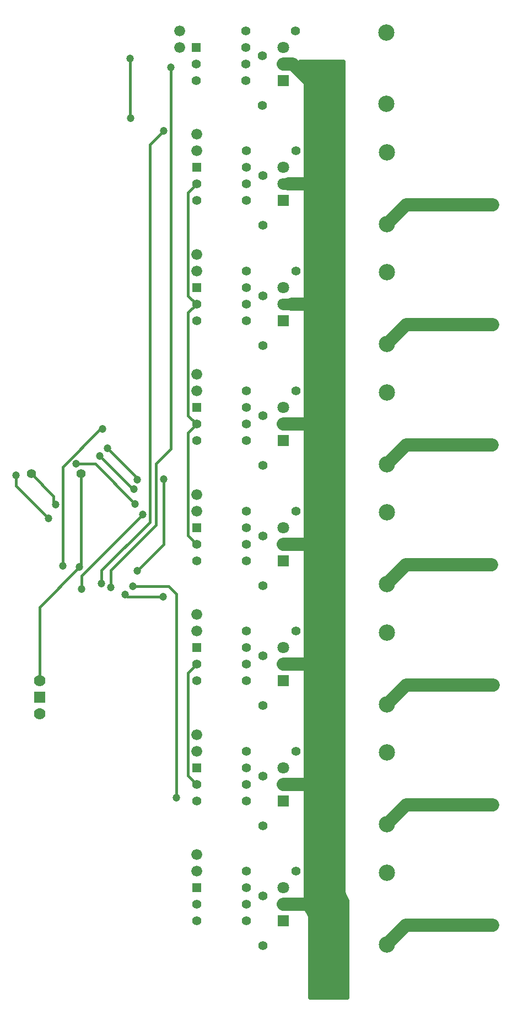
<source format=gtl>
G04 (created by PCBNEW (2013-07-07 BZR 4022)-stable) date 2014.08.18 14:47:36*
%MOIN*%
G04 Gerber Fmt 3.4, Leading zero omitted, Abs format*
%FSLAX34Y34*%
G01*
G70*
G90*
G04 APERTURE LIST*
%ADD10C,0.00590551*%
%ADD11R,0.0708661X0.0708661*%
%ADD12C,0.0708661*%
%ADD13C,0.07*%
%ADD14R,0.07X0.07*%
%ADD15C,0.066*%
%ADD16R,0.055X0.055*%
%ADD17C,0.055*%
%ADD18C,0.0984252*%
%ADD19C,0.0472441*%
%ADD20C,0.0590551*%
%ADD21C,0.015748*%
%ADD22C,0.0787402*%
%ADD23C,0.0708583*%
%ADD24C,0.019685*%
G04 APERTURE END LIST*
G54D10*
G54D11*
X39000Y-23000D03*
G54D12*
X39000Y-22000D03*
X39000Y-21000D03*
G54D11*
X39000Y-37500D03*
G54D12*
X39000Y-36500D03*
X39000Y-35500D03*
G54D11*
X39000Y-52000D03*
G54D12*
X39000Y-51000D03*
X39000Y-50000D03*
G54D11*
X39000Y-59250D03*
G54D12*
X39000Y-58250D03*
X39000Y-57250D03*
G54D11*
X38980Y-15755D03*
G54D12*
X38980Y-14755D03*
X38980Y-13755D03*
G54D11*
X39000Y-44750D03*
G54D12*
X39000Y-43750D03*
X39000Y-42750D03*
G54D11*
X39000Y-66500D03*
G54D12*
X39000Y-65500D03*
X39000Y-64500D03*
G54D11*
X39000Y-30250D03*
G54D12*
X39000Y-29250D03*
X39000Y-28250D03*
G54D13*
X24250Y-54000D03*
G54D14*
X24250Y-53000D03*
G54D13*
X24250Y-52000D03*
G54D15*
X33750Y-48000D03*
X33750Y-49000D03*
X33750Y-55250D03*
X33750Y-56250D03*
X33750Y-62500D03*
X33750Y-63500D03*
X33750Y-40750D03*
X33750Y-41750D03*
X33750Y-33500D03*
X33750Y-34500D03*
X33750Y-26250D03*
X33750Y-27250D03*
X33750Y-19000D03*
X33750Y-20000D03*
X32730Y-12755D03*
X32730Y-13755D03*
G54D16*
X33750Y-35500D03*
G54D17*
X33750Y-36500D03*
X33750Y-37500D03*
X36750Y-37500D03*
X36750Y-36500D03*
X36750Y-35500D03*
G54D16*
X33750Y-64500D03*
G54D17*
X33750Y-65500D03*
X33750Y-66500D03*
X36750Y-66500D03*
X36750Y-65500D03*
X36750Y-64500D03*
G54D16*
X33750Y-57250D03*
G54D17*
X33750Y-58250D03*
X33750Y-59250D03*
X36750Y-59250D03*
X36750Y-58250D03*
X36750Y-57250D03*
G54D16*
X33750Y-50000D03*
G54D17*
X33750Y-51000D03*
X33750Y-52000D03*
X36750Y-52000D03*
X36750Y-51000D03*
X36750Y-50000D03*
G54D16*
X33750Y-42750D03*
G54D17*
X33750Y-43750D03*
X33750Y-44750D03*
X36750Y-44750D03*
X36750Y-43750D03*
X36750Y-42750D03*
G54D16*
X33750Y-28250D03*
G54D17*
X33750Y-29250D03*
X33750Y-30250D03*
X36750Y-30250D03*
X36750Y-29250D03*
X36750Y-28250D03*
G54D16*
X33750Y-21000D03*
G54D17*
X33750Y-22000D03*
X33750Y-23000D03*
X36750Y-23000D03*
X36750Y-22000D03*
X36750Y-21000D03*
G54D16*
X33730Y-13755D03*
G54D17*
X33730Y-14755D03*
X33730Y-15755D03*
X36730Y-15755D03*
X36730Y-14755D03*
X36730Y-13755D03*
X26750Y-39500D03*
X23750Y-39500D03*
G54D18*
X45250Y-20084D03*
X45250Y-24415D03*
X45250Y-27334D03*
X45250Y-31665D03*
X45250Y-49084D03*
X45250Y-53415D03*
X45250Y-41834D03*
X45250Y-46165D03*
X45250Y-34584D03*
X45250Y-38915D03*
X45250Y-56334D03*
X45250Y-60665D03*
X45250Y-63584D03*
X45250Y-67915D03*
G54D17*
X39750Y-41750D03*
X36750Y-41750D03*
X39750Y-27250D03*
X36750Y-27250D03*
X39750Y-49000D03*
X36750Y-49000D03*
X39750Y-63500D03*
X36750Y-63500D03*
X39750Y-20000D03*
X36750Y-20000D03*
X39750Y-34500D03*
X36750Y-34500D03*
X39750Y-56250D03*
X36750Y-56250D03*
X39730Y-12755D03*
X36730Y-12755D03*
X37750Y-28750D03*
X37750Y-31750D03*
X37750Y-43250D03*
X37750Y-46250D03*
X37750Y-50500D03*
X37750Y-53500D03*
X37750Y-21500D03*
X37750Y-24500D03*
X37730Y-14255D03*
X37730Y-17255D03*
X37750Y-65000D03*
X37750Y-68000D03*
X37750Y-36000D03*
X37750Y-39000D03*
X37750Y-57750D03*
X37750Y-60750D03*
G54D18*
X45230Y-12840D03*
X45230Y-17171D03*
G54D19*
X26660Y-45130D03*
G54D20*
X42250Y-70750D03*
X41250Y-70750D03*
G54D19*
X29735Y-14418D03*
X29757Y-18009D03*
X22836Y-39602D03*
X24787Y-42188D03*
X31727Y-46913D03*
X29417Y-46780D03*
X27892Y-38417D03*
X29946Y-40433D03*
X25664Y-45044D03*
X28076Y-36798D03*
X26811Y-46470D03*
X30504Y-41960D03*
X32534Y-59043D03*
X29892Y-46276D03*
X51674Y-66768D03*
X25213Y-41367D03*
X51690Y-52245D03*
X51666Y-30501D03*
X51626Y-37752D03*
X51661Y-23250D03*
X51653Y-59497D03*
X51582Y-45002D03*
X32206Y-14971D03*
X28554Y-46366D03*
X31750Y-18795D03*
X28004Y-46109D03*
X31777Y-39823D03*
X30163Y-45360D03*
X26452Y-38902D03*
X30035Y-41314D03*
X28346Y-37940D03*
X30168Y-39862D03*
G54D21*
X26750Y-45041D02*
X26660Y-45130D01*
X26750Y-39500D02*
X26750Y-45041D01*
X24250Y-47541D02*
X26660Y-45130D01*
X24250Y-52000D02*
X24250Y-47541D01*
G54D22*
X41250Y-70750D02*
X42250Y-70750D01*
X40599Y-65500D02*
X41000Y-65500D01*
X41250Y-65750D02*
X41250Y-70750D01*
X41000Y-65500D02*
X41250Y-65750D01*
G54D23*
X39290Y-22000D02*
X39291Y-21999D01*
X39000Y-22000D02*
X39290Y-22000D01*
G54D22*
X39291Y-21999D02*
X40634Y-21999D01*
X39554Y-14755D02*
X38980Y-14755D01*
X40634Y-15835D02*
X39554Y-14755D01*
X40634Y-21999D02*
X40634Y-15835D01*
G54D23*
X39490Y-29250D02*
X39499Y-29240D01*
X39000Y-29250D02*
X39490Y-29250D01*
G54D22*
X39499Y-29240D02*
X40634Y-29240D01*
X40634Y-29240D02*
X40634Y-21999D01*
X39000Y-36500D02*
X40634Y-36500D01*
X40634Y-36500D02*
X40634Y-29240D01*
X39000Y-43750D02*
X40634Y-43750D01*
X40634Y-43750D02*
X40634Y-36500D01*
X39000Y-51000D02*
X40634Y-51000D01*
X40634Y-51000D02*
X40634Y-43750D01*
X39000Y-58250D02*
X40634Y-58250D01*
X40634Y-58250D02*
X40634Y-51000D01*
X39000Y-65500D02*
X40400Y-65500D01*
X40400Y-65500D02*
X40599Y-65500D01*
X40634Y-65465D02*
X40634Y-58250D01*
X40599Y-65500D02*
X40634Y-65465D01*
G54D21*
X29735Y-17988D02*
X29757Y-18009D01*
X29735Y-14418D02*
X29735Y-17988D01*
X22836Y-40237D02*
X22836Y-39602D01*
X24787Y-42188D02*
X22836Y-40237D01*
X29550Y-46913D02*
X31727Y-46913D01*
X29417Y-46780D02*
X29550Y-46913D01*
X29908Y-40433D02*
X29946Y-40433D01*
X27892Y-38417D02*
X29908Y-40433D01*
X33242Y-22507D02*
X33750Y-22000D01*
X33242Y-28742D02*
X33242Y-22507D01*
X33750Y-29250D02*
X33242Y-28742D01*
X33236Y-51513D02*
X33750Y-51000D01*
X33236Y-57736D02*
X33236Y-51513D01*
X33750Y-58250D02*
X33236Y-57736D01*
X33236Y-37013D02*
X33750Y-36500D01*
X33236Y-43236D02*
X33236Y-37013D01*
X33750Y-43750D02*
X33236Y-43236D01*
X33227Y-29772D02*
X33750Y-29250D01*
X33227Y-35977D02*
X33227Y-29772D01*
X33750Y-36500D02*
X33227Y-35977D01*
X25664Y-39073D02*
X25664Y-45044D01*
X27939Y-36798D02*
X25664Y-39073D01*
X28076Y-36798D02*
X27939Y-36798D01*
X26811Y-45653D02*
X26811Y-46470D01*
X30504Y-41960D02*
X26811Y-45653D01*
X32055Y-46276D02*
X29892Y-46276D01*
X32534Y-46755D02*
X32055Y-46276D01*
X32534Y-59043D02*
X32534Y-46755D01*
G54D22*
X51674Y-66768D02*
X46397Y-66768D01*
X46397Y-66768D02*
X45250Y-67915D01*
G54D21*
X25106Y-41260D02*
X25213Y-41367D01*
X25106Y-41260D02*
X25106Y-41260D01*
X25106Y-40856D02*
X25106Y-41260D01*
X23750Y-39500D02*
X25106Y-40856D01*
G54D22*
X51690Y-52245D02*
X46419Y-52245D01*
X46419Y-52245D02*
X45250Y-53415D01*
X51666Y-30501D02*
X46414Y-30501D01*
X46414Y-30501D02*
X45250Y-31665D01*
X51626Y-37752D02*
X46413Y-37752D01*
X46413Y-37752D02*
X45250Y-38915D01*
X51661Y-23250D02*
X46414Y-23250D01*
X46414Y-23250D02*
X45250Y-24415D01*
X51653Y-59497D02*
X46417Y-59497D01*
X46417Y-59497D02*
X45250Y-60665D01*
X51582Y-45002D02*
X46412Y-45002D01*
X46412Y-45002D02*
X45250Y-46165D01*
G54D21*
X32206Y-37983D02*
X32206Y-14971D01*
X31302Y-38887D02*
X32206Y-37983D01*
X31302Y-42574D02*
X31302Y-38887D01*
X28554Y-45322D02*
X31302Y-42574D01*
X28554Y-46366D02*
X28554Y-45322D01*
X30918Y-19627D02*
X31750Y-18795D01*
X30918Y-42421D02*
X30918Y-19627D01*
X28004Y-45334D02*
X30918Y-42421D01*
X28004Y-46109D02*
X28004Y-45334D01*
X31777Y-43746D02*
X30163Y-45360D01*
X31777Y-39823D02*
X31777Y-43746D01*
X26452Y-38902D02*
X26452Y-38902D01*
X27624Y-38902D02*
X26452Y-38902D01*
X30035Y-41314D02*
X27624Y-38902D01*
X30168Y-39763D02*
X28346Y-37940D01*
X30168Y-39862D02*
X30168Y-39763D01*
G54D10*
G36*
X42901Y-71151D02*
X40598Y-71151D01*
X40598Y-66226D01*
X40409Y-65848D01*
X40848Y-65848D01*
X40848Y-15459D01*
X39987Y-14598D01*
X42651Y-14598D01*
X42651Y-64773D01*
X42901Y-65273D01*
X42901Y-71151D01*
X42901Y-71151D01*
G37*
G54D24*
X42901Y-71151D02*
X40598Y-71151D01*
X40598Y-66226D01*
X40409Y-65848D01*
X40848Y-65848D01*
X40848Y-15459D01*
X39987Y-14598D01*
X42651Y-14598D01*
X42651Y-64773D01*
X42901Y-65273D01*
X42901Y-71151D01*
M02*

</source>
